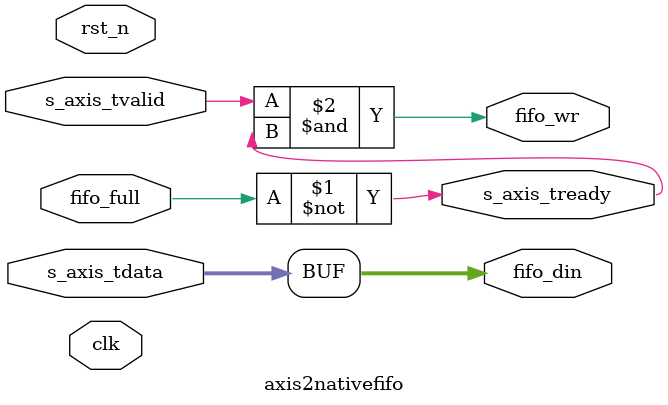
<source format=sv>
`timescale 1ns/10ps

module axis2nativefifo #(
    parameter integer DW=24
)(
    input wire clk,rst_n,
    input wire [DW-1:0] s_axis_tdata,
    input wire s_axis_tvalid,
    output logic s_axis_tready,
    output logic [DW-1:0] fifo_din,
    output logic fifo_wr,
    input wire fifo_full
);
    assign s_axis_tready=~fifo_full;
    assign fifo_din=s_axis_tdata;
    assign fifo_wr=s_axis_tvalid&s_axis_tready;
endmodule
</source>
